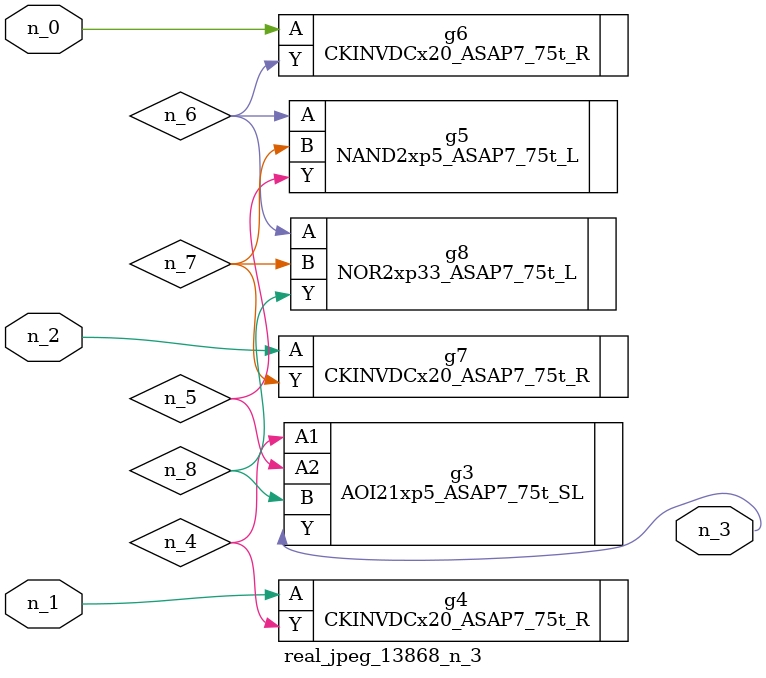
<source format=v>
module real_jpeg_13868_n_3 (n_1, n_0, n_2, n_3);

input n_1;
input n_0;
input n_2;

output n_3;

wire n_5;
wire n_4;
wire n_8;
wire n_6;
wire n_7;

CKINVDCx20_ASAP7_75t_R g6 ( 
.A(n_0),
.Y(n_6)
);

CKINVDCx20_ASAP7_75t_R g4 ( 
.A(n_1),
.Y(n_4)
);

CKINVDCx20_ASAP7_75t_R g7 ( 
.A(n_2),
.Y(n_7)
);

AOI21xp5_ASAP7_75t_SL g3 ( 
.A1(n_4),
.A2(n_5),
.B(n_8),
.Y(n_3)
);

NAND2xp5_ASAP7_75t_L g5 ( 
.A(n_6),
.B(n_7),
.Y(n_5)
);

NOR2xp33_ASAP7_75t_L g8 ( 
.A(n_6),
.B(n_7),
.Y(n_8)
);


endmodule
</source>
